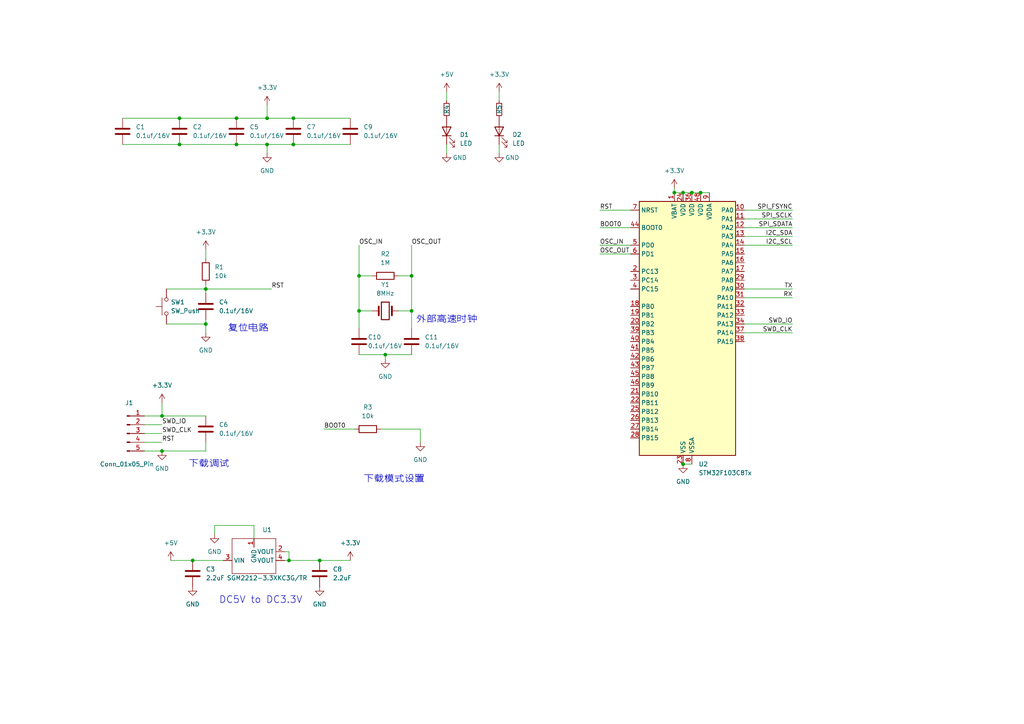
<source format=kicad_sch>
(kicad_sch (version 20231120) (generator "eeschema") (generator_version "8.0")
  (paper "A4")
  (lib_symbols
    (symbol "Connector:Conn_01x05_Pin" (pin_names (offset 1.016) hide)
      (property "Reference" "J" (at 0 7.62 0))
      (property "Value" "Conn_01x05_Pin" (at 0 -7.62 0))
      (symbol "Conn_01x05_Pin_1_1"
        (polyline (pts (xy 1.27 -5.08) (xy 0.8636 -5.08)) (stroke (width 0.1524)))
        (polyline (pts (xy 1.27 -2.54) (xy 0.8636 -2.54)) (stroke (width 0.1524)))
        (polyline (pts (xy 1.27 0) (xy 0.8636 0)) (stroke (width 0.1524)))
        (polyline (pts (xy 1.27 2.54) (xy 0.8636 2.54)) (stroke (width 0.1524)))
        (polyline (pts (xy 1.27 5.08) (xy 0.8636 5.08)) (stroke (width 0.1524)))
        (rectangle (start 0.8636 -4.953) (end 0 -5.207) (stroke (width 0.1524)) (fill (type outline)))
        (rectangle (start 0.8636 -2.413) (end 0 -2.667) (stroke (width 0.1524)) (fill (type outline)))
        (rectangle (start 0.8636 0.127) (end 0 -0.127) (stroke (width 0.1524)) (fill (type outline)))
        (rectangle (start 0.8636 2.667) (end 0 2.413) (stroke (width 0.1524)) (fill (type outline)))
        (rectangle (start 0.8636 5.207) (end 0 4.953) (stroke (width 0.1524)) (fill (type outline)))
        (pin passive line (at 5.08 5.08 180) (length 3.81) (name "Pin_1") (number "1"))
        (pin passive line (at 5.08 2.54 180) (length 3.81) (name "Pin_2") (number "2"))
        (pin passive line (at 5.08 0 180) (length 3.81) (name "Pin_3") (number "3"))
        (pin passive line (at 5.08 -2.54 180) (length 3.81) (name "Pin_4") (number "4"))
        (pin passive line (at 5.08 -5.08 180) (length 3.81) (name "Pin_5") (number "5"))
      )
    )
    (symbol "Device:C" (pin_numbers hide) (pin_names (offset 0.254))
      (property "Reference" "C" (at 0.635 2.54 0))
      (property "Value" "C" (at 0.635 -2.54 0))
      (symbol "C_0_1"
        (polyline (pts (xy -2.032 -0.762) (xy 2.032 -0.762)) (stroke (width 0.508)))
        (polyline (pts (xy -2.032 0.762) (xy 2.032 0.762)) (stroke (width 0.508)))
      )
      (symbol "C_1_1"
        (pin passive line (at 0 3.81 270) (length 2.794) (name "~") (number "1"))
        (pin passive line (at 0 -3.81 90) (length 2.794) (name "~") (number "2"))
      )
    )
    (symbol "Device:Crystal" (pin_numbers hide) (pin_names (offset 1.016) hide)
      (property "Reference" "Y" (at 0 3.81 0))
      (property "Value" "Crystal" (at 0 -3.81 0))
      (symbol "Crystal_0_1"
        (rectangle (start -1.143 2.54) (end 1.143 -2.54) (stroke (width 0.3048)))
        (polyline (pts (xy -2.54 0) (xy -1.905 0)))
        (polyline (pts (xy -1.905 -1.27) (xy -1.905 1.27)) (stroke (width 0.508)))
        (polyline (pts (xy 1.905 -1.27) (xy 1.905 1.27)) (stroke (width 0.508)))
        (polyline (pts (xy 2.54 0) (xy 1.905 0)))
      )
      (symbol "Crystal_1_1"
        (pin passive line (at -3.81 0 0) (length 1.27) (name "1") (number "1"))
        (pin passive line (at 3.81 0 180) (length 1.27) (name "2") (number "2"))
      )
    )
    (symbol "Device:LED" (pin_numbers hide) (pin_names (offset 1.016) hide)
      (property "Reference" "D" (at 0 2.54 0))
      (property "Value" "LED" (at 0 -2.54 0))
      (symbol "LED_0_1"
        (polyline (pts (xy -1.27 -1.27) (xy -1.27 1.27)) (stroke (width 0.254)))
        (polyline (pts (xy -1.27 0) (xy 1.27 0)))
        (polyline (pts (xy 1.27 -1.27) (xy 1.27 1.27) (xy -1.27 0) (xy 1.27 -1.27)) (stroke (width 0.254)))
        (polyline (pts (xy -3.048 -0.762) (xy -4.572 -2.286) (xy -3.81 -2.286) (xy -4.572 -2.286) (xy -4.572 -1.524)))
        (polyline (pts (xy -1.778 -0.762) (xy -3.302 -2.286) (xy -2.54 -2.286) (xy -3.302 -2.286) (xy -3.302 -1.524)))
      )
      (symbol "LED_1_1"
        (pin passive line (at -3.81 0 0) (length 2.54) (name "K") (number "1"))
        (pin passive line (at 3.81 0 180) (length 2.54) (name "A") (number "2"))
      )
    )
    (symbol "Device:R" (pin_numbers hide) (pin_names (offset 0))
      (property "Reference" "R" (at 2.032 0 90))
      (property "Value" "R" (at 0 0 90))
      (symbol "R_0_1"
        (rectangle (start -1.016 -2.54) (end 1.016 2.54) (stroke (width 0.254)))
      )
      (symbol "R_1_1"
        (pin passive line (at 0 3.81 270) (length 1.27) (name "~") (number "1"))
        (pin passive line (at 0 -3.81 90) (length 1.27) (name "~") (number "2"))
      )
    )
    (symbol "Device:R_Small" (pin_numbers hide) (pin_names (offset 0.254) hide)
      (property "Reference" "R" (at 0.762 0.508 0))
      (property "Value" "R_Small" (at 0.762 -1.016 0))
      (symbol "R_Small_0_1"
        (rectangle (start -0.762 1.778) (end 0.762 -1.778) (stroke (width 0.2032)))
      )
      (symbol "R_Small_1_1"
        (pin passive line (at 0 2.54 270) (length 0.762) (name "~") (number "1"))
        (pin passive line (at 0 -2.54 90) (length 0.762) (name "~") (number "2"))
      )
    )
    (symbol "GND_1" (power) (pin_names (offset 0))
      (property "Value" "GND_1" (at 0 -3.81 0))
      (symbol "GND_1_0_1"
        (polyline (pts (xy 0 0) (xy 0 -1.27) (xy 1.27 -1.27) (xy 0 -2.54) (xy -1.27 -1.27) (xy 0 -1.27)))
      )
      (symbol "GND_1_1_1"
        (pin power_in line (at 0 0 270) (length 0) hide (name "GND") (number "1"))
      )
    )
    (symbol "MCU_ST_STM32F1:STM32F103C8Tx"
      (property "Reference" "U" (at -12.7 39.37 0))
      (property "Value" "STM32F103C8Tx" (at 10.16 39.37 0))
      (symbol "STM32F103C8Tx_0_1"
        (rectangle (start -12.7 -35.56) (end 15.24 38.1) (stroke (width 0.254)) (fill (type background)))
      )
      (symbol "STM32F103C8Tx_1_1"
        (pin power_in line (at -2.54 40.64 270) (length 2.54) (name "VBAT") (number "1"))
        (pin bidirectional line (at 17.78 35.56 180) (length 2.54) (name "PA0") (number "10"))
        (pin bidirectional line (at 17.78 33.02 180) (length 2.54) (name "PA1") (number "11"))
        (pin bidirectional line (at 17.78 30.48 180) (length 2.54) (name "PA2") (number "12"))
        (pin bidirectional line (at 17.78 27.94 180) (length 2.54) (name "PA3") (number "13"))
        (pin bidirectional line (at 17.78 25.4 180) (length 2.54) (name "PA4") (number "14"))
        (pin bidirectional line (at 17.78 22.86 180) (length 2.54) (name "PA5") (number "15"))
        (pin bidirectional line (at 17.78 20.32 180) (length 2.54) (name "PA6") (number "16"))
        (pin bidirectional line (at 17.78 17.78 180) (length 2.54) (name "PA7") (number "17"))
        (pin bidirectional line (at -15.24 7.62 0) (length 2.54) (name "PB0") (number "18"))
        (pin bidirectional line (at -15.24 5.08 0) (length 2.54) (name "PB1") (number "19"))
        (pin bidirectional line (at -15.24 17.78 0) (length 2.54) (name "PC13") (number "2"))
        (pin bidirectional line (at -15.24 2.54 0) (length 2.54) (name "PB2") (number "20"))
        (pin bidirectional line (at -15.24 -17.78 0) (length 2.54) (name "PB10") (number "21"))
        (pin bidirectional line (at -15.24 -20.32 0) (length 2.54) (name "PB11") (number "22"))
        (pin power_in line (at 0 -38.1 90) (length 2.54) (name "VSS") (number "23"))
        (pin power_in line (at 0 40.64 270) (length 2.54) (name "VDD") (number "24"))
        (pin bidirectional line (at -15.24 -22.86 0) (length 2.54) (name "PB12") (number "25"))
        (pin bidirectional line (at -15.24 -25.4 0) (length 2.54) (name "PB13") (number "26"))
        (pin bidirectional line (at -15.24 -27.94 0) (length 2.54) (name "PB14") (number "27"))
        (pin bidirectional line (at -15.24 -30.48 0) (length 2.54) (name "PB15") (number "28"))
        (pin bidirectional line (at 17.78 15.24 180) (length 2.54) (name "PA8") (number "29"))
        (pin bidirectional line (at -15.24 15.24 0) (length 2.54) (name "PC14") (number "3"))
        (pin bidirectional line (at 17.78 12.7 180) (length 2.54) (name "PA9") (number "30"))
        (pin bidirectional line (at 17.78 10.16 180) (length 2.54) (name "PA10") (number "31"))
        (pin bidirectional line (at 17.78 7.62 180) (length 2.54) (name "PA11") (number "32"))
        (pin bidirectional line (at 17.78 5.08 180) (length 2.54) (name "PA12") (number "33"))
        (pin bidirectional line (at 17.78 2.54 180) (length 2.54) (name "PA13") (number "34"))
        (pin passive line (at 0 -38.1 90) (length 2.54) hide (name "VSS") (number "35"))
        (pin power_in line (at 2.54 40.64 270) (length 2.54) (name "VDD") (number "36"))
        (pin bidirectional line (at 17.78 0 180) (length 2.54) (name "PA14") (number "37"))
        (pin bidirectional line (at 17.78 -2.54 180) (length 2.54) (name "PA15") (number "38"))
        (pin bidirectional line (at -15.24 0 0) (length 2.54) (name "PB3") (number "39"))
        (pin bidirectional line (at -15.24 12.7 0) (length 2.54) (name "PC15") (number "4"))
        (pin bidirectional line (at -15.24 -2.54 0) (length 2.54) (name "PB4") (number "40"))
        (pin bidirectional line (at -15.24 -5.08 0) (length 2.54) (name "PB5") (number "41"))
        (pin bidirectional line (at -15.24 -7.62 0) (length 2.54) (name "PB6") (number "42"))
        (pin bidirectional line (at -15.24 -10.16 0) (length 2.54) (name "PB7") (number "43"))
        (pin input line (at -15.24 30.48 0) (length 2.54) (name "BOOT0") (number "44"))
        (pin bidirectional line (at -15.24 -12.7 0) (length 2.54) (name "PB8") (number "45"))
        (pin bidirectional line (at -15.24 -15.24 0) (length 2.54) (name "PB9") (number "46"))
        (pin passive line (at 0 -38.1 90) (length 2.54) hide (name "VSS") (number "47"))
        (pin power_in line (at 5.08 40.64 270) (length 2.54) (name "VDD") (number "48"))
        (pin bidirectional line (at -15.24 25.4 0) (length 2.54) (name "PD0") (number "5"))
        (pin bidirectional line (at -15.24 22.86 0) (length 2.54) (name "PD1") (number "6"))
        (pin input line (at -15.24 35.56 0) (length 2.54) (name "NRST") (number "7"))
        (pin power_in line (at 2.54 -38.1 90) (length 2.54) (name "VSSA") (number "8"))
        (pin power_in line (at 7.62 40.64 270) (length 2.54) (name "VDDA") (number "9"))
      )
    )
    (symbol "Switch:SW_Push" (pin_numbers hide) (pin_names (offset 1.016) hide)
      (property "Reference" "SW" (at 1.27 2.54 0))
      (property "Value" "SW_Push" (at 0 -1.524 0))
      (symbol "SW_Push_0_1"
        (circle (center -2.032 0) (radius 0.508))
        (polyline (pts (xy 0 1.27) (xy 0 3.048)))
        (polyline (pts (xy 2.54 1.27) (xy -2.54 1.27)))
        (circle (center 2.032 0) (radius 0.508))
        (pin passive line (at -5.08 0 0) (length 2.54) (name "1") (number "1"))
        (pin passive line (at 5.08 0 180) (length 2.54) (name "2") (number "2"))
      )
    )
    (symbol "customize_DuRuofu:SGM2212-3.3XKC3G/TR"
      (property "Reference" "U" (at 3.81 10.16 0))
      (property "Value" "SGM2212-3.3XKC3G{slash}TR" (at 0 -2.54 0))
      (property "Footprint" "Package_TO_SOT_SMD:SOT-223" (at 0 -5.08 0))
      (symbol "SGM2212-3.3XKC3G/TR_0_1"
        (rectangle (start -6.35 8.89) (end 6.35 -1.27))
      )
      (symbol "SGM2212-3.3XKC3G/TR_1_1"
        (pin passive line (at 0 8.89 270) (length 2.54) (name "GND") (number "1"))
        (pin passive line (at 8.89 5.08 180) (length 2.54) (name "VOUT") (number "2"))
        (pin input line (at -8.89 2.54 0) (length 2.54) (name "VIN") (number "3"))
        (pin passive line (at 8.89 2.54 180) (length 2.54) (name "VOUT") (number "4"))
      )
    )
    (symbol "power:+3.3V" (power) (pin_names (offset 0))
      (property "Value" "+3.3V" (at 0 3.556 0))
      (symbol "+3.3V_0_1"
        (polyline (pts (xy -0.762 1.27) (xy 0 2.54)))
        (polyline (pts (xy 0 0) (xy 0 2.54)))
        (polyline (pts (xy 0 2.54) (xy 0.762 1.27)))
      )
      (symbol "+3.3V_1_1"
        (pin power_in line (at 0 0 90) (length 0) hide (name "+3.3V") (number "1"))
      )
    )
    (symbol "power:+5V" (power) (pin_names (offset 0))
      (property "Value" "+5V" (at 0 3.556 0))
      (symbol "+5V_0_1"
        (polyline (pts (xy -0.762 1.27) (xy 0 2.54)))
        (polyline (pts (xy 0 0) (xy 0 2.54)))
        (polyline (pts (xy 0 2.54) (xy 0.762 1.27)))
      )
      (symbol "+5V_1_1"
        (pin power_in line (at 0 0 90) (length 0) hide (name "+5V") (number "1"))
      )
    )
    (symbol "power:GND" (power) (pin_names (offset 0))
      (property "Value" "GND" (at 0 -3.81 0))
      (symbol "GND_0_1"
        (polyline (pts (xy 0 0) (xy 0 -1.27) (xy 1.27 -1.27) (xy 0 -2.54) (xy -1.27 -1.27) (xy 0 -1.27)))
      )
      (symbol "GND_1_1"
        (pin power_in line (at 0 0 270) (length 0) hide (name "GND") (number "1"))
      )
    )
  )
  (junction (at 77.47 34.29))
  (junction (at 59.69 93.98))
  (junction (at 119.38 80.01))
  (junction (at 52.07 34.29))
  (junction (at 68.58 41.91))
  (junction (at 195.58 55.88))
  (junction (at 46.99 130.81))
  (junction (at 85.09 41.91))
  (junction (at 77.47 41.91))
  (junction (at 198.12 55.88))
  (junction (at 92.71 162.56))
  (junction (at 111.76 102.87))
  (junction (at 203.2 55.88))
  (junction (at 83.82 162.56))
  (junction (at 104.14 80.01))
  (junction (at 85.09 34.29))
  (junction (at 59.69 83.82))
  (junction (at 55.88 162.56))
  (junction (at 198.12 134.62))
  (junction (at 200.66 55.88))
  (junction (at 104.14 90.17))
  (junction (at 46.99 120.65))
  (junction (at 52.07 41.91))
  (junction (at 68.58 34.29))
  (junction (at 119.38 90.17))
  (wire (pts (xy 107.95 80.01) (xy 104.14 80.01)))
  (wire (pts (xy 62.23 152.4) (xy 73.66 152.4)))
  (wire (pts (xy 121.92 124.46) (xy 121.92 128.27)))
  (wire (pts (xy 203.2 55.88) (xy 205.74 55.88)))
  (wire (pts (xy 41.91 125.73) (xy 46.99 125.73)))
  (wire (pts (xy 59.69 82.55) (xy 59.69 83.82)))
  (wire (pts (xy 229.87 96.52) (xy 215.9 96.52)))
  (wire (pts (xy 73.66 152.4) (xy 73.66 156.21)))
  (wire (pts (xy 41.91 130.81) (xy 46.99 130.81)))
  (wire (pts (xy 129.54 26.67) (xy 129.54 29.21)))
  (wire (pts (xy 48.26 93.98) (xy 59.69 93.98)))
  (wire (pts (xy 83.82 160.02) (xy 83.82 162.56)))
  (wire (pts (xy 41.91 120.65) (xy 46.99 120.65)))
  (wire (pts (xy 111.76 102.87) (xy 111.76 104.14)))
  (wire (pts (xy 198.12 134.62) (xy 200.66 134.62)))
  (wire (pts (xy 68.58 34.29) (xy 77.47 34.29)))
  (wire (pts (xy 59.69 93.98) (xy 59.69 96.52)))
  (wire (pts (xy 215.9 68.58) (xy 229.87 68.58)))
  (wire (pts (xy 215.9 63.5) (xy 229.87 63.5)))
  (wire (pts (xy 104.14 90.17) (xy 107.95 90.17)))
  (wire (pts (xy 41.91 128.27) (xy 46.99 128.27)))
  (wire (pts (xy 82.55 162.56) (xy 83.82 162.56)))
  (wire (pts (xy 173.99 60.96) (xy 182.88 60.96)))
  (wire (pts (xy 173.99 73.66) (xy 182.88 73.66)))
  (wire (pts (xy 62.23 154.94) (xy 62.23 152.4)))
  (wire (pts (xy 83.82 162.56) (xy 92.71 162.56)))
  (wire (pts (xy 195.58 55.88) (xy 198.12 55.88)))
  (wire (pts (xy 92.71 162.56) (xy 101.6 162.56)))
  (wire (pts (xy 59.69 72.39) (xy 59.69 74.93)))
  (wire (pts (xy 215.9 71.12) (xy 229.87 71.12)))
  (wire (pts (xy 111.76 102.87) (xy 119.38 102.87)))
  (wire (pts (xy 200.66 55.88) (xy 203.2 55.88)))
  (wire (pts (xy 85.09 34.29) (xy 101.6 34.29)))
  (wire (pts (xy 68.58 41.91) (xy 77.47 41.91)))
  (wire (pts (xy 173.99 71.12) (xy 182.88 71.12)))
  (wire (pts (xy 59.69 130.81) (xy 46.99 130.81)))
  (wire (pts (xy 110.49 124.46) (xy 121.92 124.46)))
  (wire (pts (xy 82.55 160.02) (xy 83.82 160.02)))
  (wire (pts (xy 85.09 41.91) (xy 101.6 41.91)))
  (wire (pts (xy 46.99 120.65) (xy 59.69 120.65)))
  (wire (pts (xy 59.69 83.82) (xy 78.74 83.82)))
  (wire (pts (xy 104.14 95.25) (xy 104.14 90.17)))
  (wire (pts (xy 104.14 102.87) (xy 111.76 102.87)))
  (wire (pts (xy 215.9 66.04) (xy 229.87 66.04)))
  (wire (pts (xy 48.26 83.82) (xy 59.69 83.82)))
  (wire (pts (xy 55.88 162.56) (xy 64.77 162.56)))
  (wire (pts (xy 115.57 90.17) (xy 119.38 90.17)))
  (wire (pts (xy 215.9 60.96) (xy 229.87 60.96)))
  (wire (pts (xy 59.69 92.71) (xy 59.69 93.98)))
  (wire (pts (xy 77.47 34.29) (xy 85.09 34.29)))
  (wire (pts (xy 173.99 66.04) (xy 182.88 66.04)))
  (wire (pts (xy 77.47 41.91) (xy 85.09 41.91)))
  (wire (pts (xy 77.47 41.91) (xy 77.47 44.45)))
  (wire (pts (xy 119.38 90.17) (xy 119.38 95.25)))
  (wire (pts (xy 215.9 83.82) (xy 229.87 83.82)))
  (wire (pts (xy 129.54 44.45) (xy 129.54 41.91)))
  (wire (pts (xy 119.38 80.01) (xy 119.38 90.17)))
  (wire (pts (xy 35.56 34.29) (xy 52.07 34.29)))
  (wire (pts (xy 52.07 41.91) (xy 68.58 41.91)))
  (wire (pts (xy 119.38 71.12) (xy 119.38 80.01)))
  (wire (pts (xy 52.07 34.29) (xy 68.58 34.29)))
  (wire (pts (xy 41.91 123.19) (xy 46.99 123.19)))
  (wire (pts (xy 144.78 44.45) (xy 144.78 41.91)))
  (wire (pts (xy 195.58 54.61) (xy 195.58 55.88)))
  (wire (pts (xy 144.78 26.67) (xy 144.78 29.21)))
  (wire (pts (xy 46.99 120.65) (xy 46.99 116.84)))
  (wire (pts (xy 198.12 55.88) (xy 200.66 55.88)))
  (wire (pts (xy 215.9 93.98) (xy 229.87 93.98)))
  (wire (pts (xy 104.14 80.01) (xy 104.14 90.17)))
  (wire (pts (xy 215.9 86.36) (xy 229.87 86.36)))
  (wire (pts (xy 104.14 71.12) (xy 104.14 80.01)))
  (wire (pts (xy 35.56 41.91) (xy 52.07 41.91)))
  (wire (pts (xy 115.57 80.01) (xy 119.38 80.01)))
  (wire (pts (xy 59.69 85.09) (xy 59.69 83.82)))
  (wire (pts (xy 59.69 128.27) (xy 59.69 130.81)))
  (wire (pts (xy 93.98 124.46) (xy 102.87 124.46)))
  (wire (pts (xy 49.53 162.56) (xy 55.88 162.56)))
  (wire (pts (xy 77.47 30.48) (xy 77.47 34.29)))
  (text "DC5V to DC3.3V\n" (at 63.5 175.26 0) (effects (font (size 2 2)) (justify left bottom)))
  (text "下载模式设置\n\n" (at 105.41 143.51 0) (effects (font (size 2 2)) (justify left bottom)))
  (text "下载调试\n" (at 54.61 135.89 0) (effects (font (size 2 2)) (justify left bottom)))
  (text "外部高速时钟\n" (at 120.65 93.98 0) (effects (font (size 2 2)) (justify left bottom)))
  (text "复位电路\n" (at 66.04 96.52 0) (effects (font (size 2 2)) (justify left bottom)))
  (label "SPI_FSYNC" (at 229.87 60.96 180))
  (label "SWD_CLK" (at 229.87 96.52 180))
  (label "RX" (at 229.87 86.36 180))
  (label "OSC_IN" (at 104.14 71.12 0))
  (label "SWD_CLK" (at 46.99 125.73 0))
  (label "OSC_IN" (at 173.99 71.12 0))
  (label "SWD_IO" (at 46.99 123.19 0))
  (label "OSC_OUT" (at 173.99 73.66 0))
  (label "TX" (at 229.87 83.82 180))
  (label "OSC_OUT" (at 119.38 71.12 0))
  (label "RST" (at 173.99 60.96 0))
  (label "SWD_IO" (at 229.87 93.98 180))
  (label "BOOT0" (at 93.98 124.46 0))
  (label "BOOT0" (at 173.99 66.04 0))
  (label "SPI_SCLK" (at 229.87 63.5 180))
  (label "I2C_SCL" (at 229.87 71.12 180))
  (label "I2C_SDA" (at 229.87 68.58 180))
  (label "RST" (at 78.74 83.82 0))
  (label "SPI_SDATA" (at 229.87 66.04 180))
  (label "RST" (at 46.99 128.27 0))
  (symbol (lib_id "power:+3.3V") (at 59.69 72.39 0) (unit 1)
    (property "Reference" "#PWR03" (effects (hide yes)))
    (property "Value" "+3.3V" (at 59.69 67.31 0))
  )
  (symbol (lib_id "Connector:Conn_01x05_Pin") (at 36.83 125.73 0) (unit 1)
    (property "Reference" "J1" (at 37.465 116.84 0))
    (property "Value" "Conn_01x05_Pin" (at 36.83 134.62 0))
    (property "Footprint" "Connector_JST:JST_XH_B5B-XH-AM_1x05_P2.50mm_Vertical" (effects (hide yes)))
  )
  (symbol (lib_id "Device:LED") (at 144.78 38.1 90) (unit 1)
    (property "Reference" "D2" (at 148.59 39.0525 90) (effects (justify right)))
    (property "Value" "LED" (at 148.59 41.5925 90) (effects (justify right)))
    (property "Footprint" "LED_SMD:LED_0805_2012Metric_Pad1.15x1.40mm_HandSolder" (effects (hide yes)))
  )
  (symbol (lib_id "customize_DuRuofu:SGM2212-3.3XKC3G/TR") (at 73.66 165.1 0) (unit 1)
    (property "Reference" "U1" (at 77.47 153.67 0))
    (property "Value" "SGM2212-3.3XKC3G/TR" (at 77.47 167.64 0))
    (property "Footprint" "Package_TO_SOT_SMD:SOT-223" (effects (hide yes)))
    (property "Datasheet" "https://www.sg-micro.de/show-product-983.html" (effects (hide yes)))
  )
  (symbol (lib_id "Device:C") (at 101.6 38.1 0) (unit 1)
    (property "Reference" "C9" (at 105.41 36.83 0) (effects (justify left)))
    (property "Value" "0.1uf/16V" (at 105.41 39.37 0) (effects (justify left)))
    (property "Footprint" "Capacitors_SMD:C_0603" (effects (hide yes)))
  )
  (symbol (lib_id "power:+3.3V") (at 144.78 26.67 0) (unit 1)
    (property "Reference" "#PWR016" (effects (hide yes)))
    (property "Value" "+3.3V" (at 144.78 21.59 0))
  )
  (symbol (lib_id "power:+3.3V") (at 46.99 116.84 0) (unit 1)
    (property "Reference" "#PWR06" (effects (hide yes)))
    (property "Value" "+3.3V" (at 46.99 111.76 0))
  )
  (symbol (lib_id "Switch:SW_Push") (at 48.26 88.9 90) (unit 1)
    (property "Reference" "SW1" (at 49.53 87.6299 90) (effects (justify right)))
    (property "Value" "SW_Push" (at 49.53 90.1699 90) (effects (justify right)))
  )
  (symbol (lib_id "power:GND") (at 46.99 130.81 0) (unit 1)
    (property "Reference" "#PWR07" (effects (hide yes)))
    (property "Value" "GND" (at 46.99 135.89 0))
  )
  (symbol (lib_id "Device:LED") (at 129.54 38.1 90) (unit 1)
    (property "Reference" "D1" (at 133.35 39.0525 90) (effects (justify right)))
    (property "Value" "LED" (at 133.35 41.5925 90) (effects (justify right)))
    (property "Footprint" "LED_SMD:LED_0805_2012Metric_Pad1.15x1.40mm_HandSolder" (effects (hide yes)))
  )
  (symbol (lib_id "Device:C") (at 85.09 38.1 0) (unit 1)
    (property "Reference" "C7" (at 88.9 36.83 0) (effects (justify left)))
    (property "Value" "0.1uf/16V" (at 88.9 39.37 0) (effects (justify left)))
    (property "Footprint" "Capacitors_SMD:C_0603" (effects (hide yes)))
  )
  (symbol (lib_id "Device:C") (at 52.07 38.1 0) (unit 1)
    (property "Reference" "C2" (at 55.88 36.83 0) (effects (justify left)))
    (property "Value" "0.1uf/16V" (at 55.88 39.37 0) (effects (justify left)))
    (property "Footprint" "Capacitors_SMD:C_0603" (effects (hide yes)))
  )
  (symbol (lib_id "power:GND") (at 55.88 170.18 0) (unit 1)
    (property "Reference" "#PWR02" (effects (hide yes)))
    (property "Value" "GND" (at 55.88 175.26 0))
  )
  (symbol (lib_id "Device:C") (at 35.56 38.1 0) (unit 1)
    (property "Reference" "C1" (at 39.37 36.83 0) (effects (justify left)))
    (property "Value" "0.1uf/16V" (at 39.37 39.37 0) (effects (justify left)))
    (property "Footprint" "Capacitors_SMD:C_0603" (effects (hide yes)))
  )
  (symbol (lib_id "power:+3.3V") (at 101.6 162.56 0) (unit 1)
    (property "Reference" "#PWR011" (effects (hide yes)))
    (property "Value" "+3.3V" (at 101.6 157.48 0))
  )
  (symbol (lib_id "power:+3.3V") (at 195.58 54.61 0) (unit 1)
    (property "Reference" "#PWR018" (effects (hide yes)))
    (property "Value" "+3.3V" (at 195.58 49.53 0))
  )
  (symbol (lib_id "MCU_ST_STM32F1:STM32F103C8Tx") (at 198.12 96.52 0) (unit 1)
    (property "Reference" "U2" (at 202.6159 134.62 0) (effects (justify left)))
    (property "Value" "STM32F103C8Tx" (at 202.6159 137.16 0) (effects (justify left)))
    (property "Footprint" "Package_QFP:LQFP-48_7x7mm_P0.5mm" (effects (hide yes)))
    (property "Datasheet" "https://www.st.com/resource/en/datasheet/stm32f103c8.pdf" (effects (hide yes)))
  )
  (symbol (lib_id "Device:R") (at 59.69 78.74 0) (unit 1)
    (property "Reference" "R1" (at 62.23 77.4699 0) (effects (justify left)))
    (property "Value" "10k" (at 62.23 80.0099 0) (effects (justify left)))
    (property "Footprint" "Resistors_SMD:R_0603" (effects (hide yes)))
  )
  (symbol (lib_id "Device:R_Small") (at 129.54 31.75 180) (unit 1)
    (property "Reference" "R4" (at 129.54 31.75 90))
    (property "Value" "R_Small" (effects (hide yes)))
    (property "Footprint" "Resistor_SMD:R_0805_2012Metric_Pad1.20x1.40mm_HandSolder" (effects (hide yes)))
  )
  (symbol (lib_id "power:+5V") (at 49.53 162.56 0) (unit 1)
    (property "Reference" "#PWR01" (effects (hide yes)))
    (property "Value" "+5V" (at 49.53 157.48 0))
  )
  (symbol (lib_id "Device:R") (at 111.76 80.01 90) (unit 1)
    (property "Reference" "R2" (at 111.76 73.66 90))
    (property "Value" "1M" (at 111.76 76.2 90))
  )
  (symbol (lib_name "GND_1") (lib_id "power:GND") (at 198.12 134.62 0) (unit 1)
    (property "Reference" "#PWR019" (effects (hide yes)))
    (property "Value" "GND" (at 198.12 139.7 0))
  )
  (symbol (lib_id "power:GND") (at 129.54 44.45 0) (unit 1)
    (property "Reference" "#PWR015" (effects (hide yes)))
    (property "Value" "GND" (at 133.35 45.72 0))
  )
  (symbol (lib_id "power:GND") (at 144.78 44.45 0) (unit 1)
    (property "Reference" "#PWR017" (effects (hide yes)))
    (property "Value" "GND" (at 148.59 45.72 0))
  )
  (symbol (lib_id "power:GND") (at 111.76 104.14 0) (unit 1)
    (property "Reference" "#PWR012" (effects (hide yes)))
    (property "Value" "GND" (at 111.76 109.22 0))
  )
  (symbol (lib_id "Device:C") (at 68.58 38.1 0) (unit 1)
    (property "Reference" "C5" (at 72.39 36.83 0) (effects (justify left)))
    (property "Value" "0.1uf/16V" (at 72.39 39.37 0) (effects (justify left)))
    (property "Footprint" "Capacitors_SMD:C_0603" (effects (hide yes)))
  )
  (symbol (lib_id "Device:C") (at 59.69 88.9 0) (unit 1)
    (property "Reference" "C4" (at 63.5 87.63 0) (effects (justify left)))
    (property "Value" "0.1uf/16V" (at 63.5 90.17 0) (effects (justify left)))
    (property "Footprint" "Capacitors_SMD:C_0603" (effects (hide yes)))
  )
  (symbol (lib_id "power:GND") (at 77.47 44.45 0) (unit 1)
    (property "Reference" "#PWR09" (effects (hide yes)))
    (property "Value" "GND" (at 77.47 49.53 0))
  )
  (symbol (lib_id "Device:R_Small") (at 144.78 31.75 180) (unit 1)
    (property "Reference" "R5" (at 144.78 31.75 90))
    (property "Value" "R_Small" (effects (hide yes)))
    (property "Footprint" "Resistor_SMD:R_0805_2012Metric_Pad1.20x1.40mm_HandSolder" (effects (hide yes)))
  )
  (symbol (lib_id "Device:R") (at 106.68 124.46 270) (unit 1)
    (property "Reference" "R3" (at 106.68 118.11 90))
    (property "Value" "10k" (at 106.68 120.65 90))
  )
  (symbol (lib_id "Device:C") (at 55.88 166.37 0) (unit 1)
    (property "Reference" "C3" (at 59.69 165.0999 0) (effects (justify left)))
    (property "Value" "2.2uF" (at 59.69 167.6399 0) (effects (justify left)))
    (property "Footprint" "Capacitors_SMD:C_0603" (effects (hide yes)))
  )
  (symbol (lib_id "power:GND") (at 121.92 128.27 0) (unit 1)
    (property "Reference" "#PWR013" (effects (hide yes)))
    (property "Value" "GND" (at 121.92 133.35 0))
  )
  (symbol (lib_id "Device:C") (at 92.71 166.37 0) (unit 1)
    (property "Reference" "C8" (at 96.52 165.0999 0) (effects (justify left)))
    (property "Value" "2.2uF" (at 96.52 167.6399 0) (effects (justify left)))
    (property "Footprint" "Capacitors_SMD:C_0603" (effects (hide yes)))
  )
  (symbol (lib_id "Device:Crystal") (at 111.76 90.17 0) (unit 1)
    (property "Reference" "Y1" (at 111.76 82.55 0))
    (property "Value" "8MHz" (at 111.76 85.09 0))
  )
  (symbol (lib_id "power:+5V") (at 129.54 26.67 0) (unit 1)
    (property "Reference" "#PWR014" (effects (hide yes)))
    (property "Value" "+5V" (at 129.54 21.59 0))
  )
  (symbol (lib_id "Device:C") (at 119.38 99.06 0) (unit 1)
    (property "Reference" "C11" (at 123.19 97.79 0) (effects (justify left)))
    (property "Value" "0.1uf/16V" (at 123.19 100.33 0) (effects (justify left)))
    (property "Footprint" "Capacitors_SMD:C_0603" (effects (hide yes)))
  )
  (symbol (lib_id "power:GND") (at 92.71 170.18 0) (unit 1)
    (property "Reference" "#PWR010" (effects (hide yes)))
    (property "Value" "GND" (at 92.71 175.26 0))
  )
  (symbol (lib_id "Device:C") (at 59.69 124.46 0) (unit 1)
    (property "Reference" "C6" (at 63.5 123.19 0) (effects (justify left)))
    (property "Value" "0.1uf/16V" (at 63.5 125.73 0) (effects (justify left)))
    (property "Footprint" "Capacitors_SMD:C_0603" (effects (hide yes)))
  )
  (symbol (lib_id "power:GND") (at 59.69 96.52 0) (unit 1)
    (property "Reference" "#PWR04" (effects (hide yes)))
    (property "Value" "GND" (at 59.69 101.6 0))
  )
  (symbol (lib_id "Device:C") (at 104.14 99.06 0) (unit 1)
    (property "Reference" "C10" (at 106.68 97.79 0) (effects (justify left)))
    (property "Value" "0.1uf/16V" (at 106.68 100.33 0) (effects (justify left)))
    (property "Footprint" "Capacitors_SMD:C_0603" (effects (hide yes)))
  )
  (symbol (lib_id "power:GND") (at 62.23 154.94 0) (unit 1)
    (property "Reference" "#PWR05" (effects (hide yes)))
    (property "Value" "GND" (at 62.23 160.02 0))
  )
  (symbol (lib_id "power:+3.3V") (at 77.47 30.48 0) (unit 1)
    (property "Reference" "#PWR08" (effects (hide yes)))
    (property "Value" "+3.3V" (at 77.47 25.4 0))
  )
)
</source>
